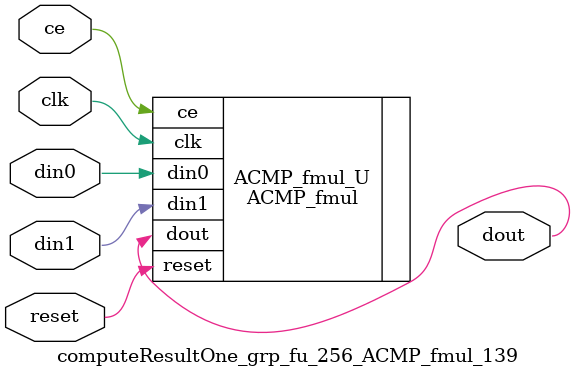
<source format=v>

`timescale 1 ns / 1 ps
module computeResultOne_grp_fu_256_ACMP_fmul_139(
    clk,
    reset,
    ce,
    din0,
    din1,
    dout);

parameter ID = 32'd1;
parameter NUM_STAGE = 32'd1;
parameter din0_WIDTH = 32'd1;
parameter din1_WIDTH = 32'd1;
parameter dout_WIDTH = 32'd1;
input clk;
input reset;
input ce;
input[din0_WIDTH - 1:0] din0;
input[din1_WIDTH - 1:0] din1;
output[dout_WIDTH - 1:0] dout;



ACMP_fmul #(
.ID( ID ),
.NUM_STAGE( 4 ),
.din0_WIDTH( din0_WIDTH ),
.din1_WIDTH( din1_WIDTH ),
.dout_WIDTH( dout_WIDTH ))
ACMP_fmul_U(
    .clk( clk ),
    .reset( reset ),
    .ce( ce ),
    .din0( din0 ),
    .din1( din1 ),
    .dout( dout ));

endmodule

</source>
